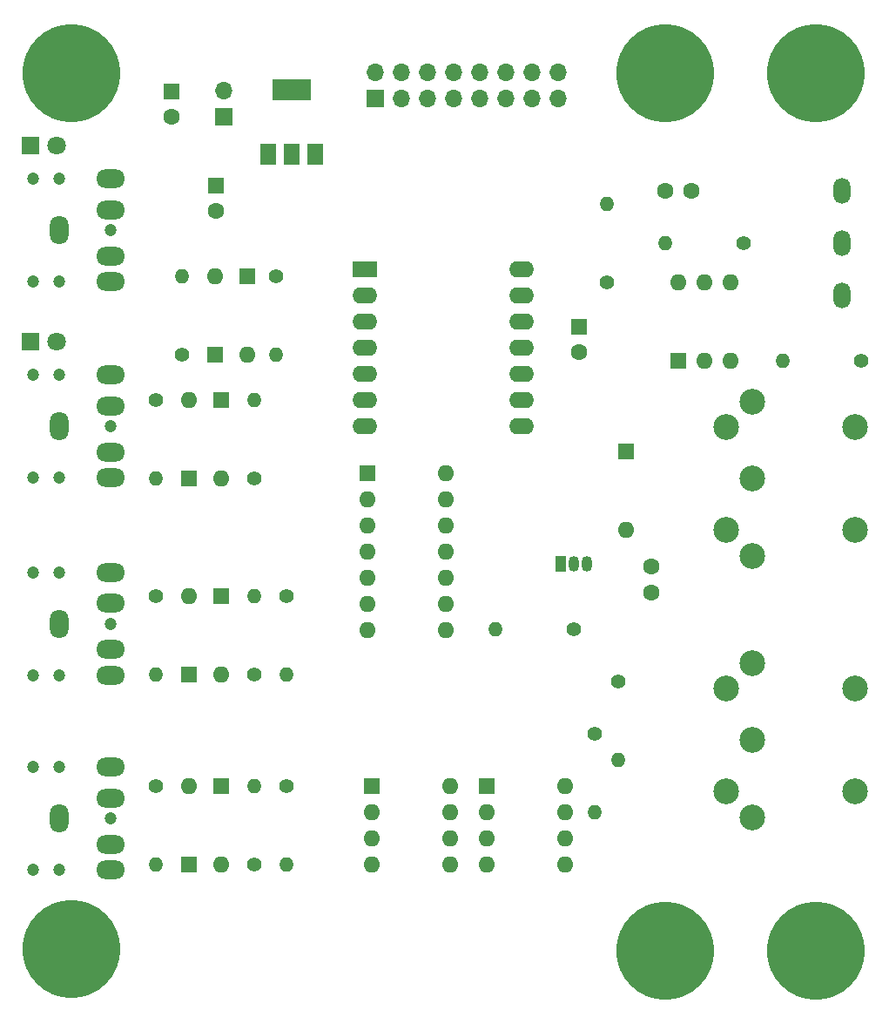
<source format=gts>
%TF.GenerationSoftware,KiCad,Pcbnew,(6.0.1)*%
%TF.CreationDate,2022-10-11T13:34:11-04:00*%
%TF.ProjectId,SYNTH-MIDI-CTL-01,53594e54-482d-44d4-9944-492d43544c2d,1*%
%TF.SameCoordinates,Original*%
%TF.FileFunction,Soldermask,Top*%
%TF.FilePolarity,Negative*%
%FSLAX46Y46*%
G04 Gerber Fmt 4.6, Leading zero omitted, Abs format (unit mm)*
G04 Created by KiCad (PCBNEW (6.0.1)) date 2022-10-11 13:34:11*
%MOMM*%
%LPD*%
G01*
G04 APERTURE LIST*
%ADD10C,1.600000*%
%ADD11R,1.600000X1.600000*%
%ADD12O,1.600000X1.600000*%
%ADD13C,9.525000*%
%ADD14O,1.651000X2.540000*%
%ADD15C,1.400000*%
%ADD16O,1.400000X1.400000*%
%ADD17C,1.200000*%
%ADD18O,2.800000X1.800000*%
%ADD19O,1.800000X2.800000*%
%ADD20C,2.500000*%
%ADD21R,1.700000X1.700000*%
%ADD22O,1.700000X1.700000*%
%ADD23R,1.050000X1.500000*%
%ADD24O,1.050000X1.500000*%
%ADD25R,2.400000X1.600000*%
%ADD26O,2.400000X1.600000*%
%ADD27R,1.800000X1.800000*%
%ADD28C,1.800000*%
%ADD29R,1.500000X2.000000*%
%ADD30R,3.800000X2.000000*%
G04 APERTURE END LIST*
D10*
%TO.C,C5*%
X148500000Y-76500000D03*
X148500000Y-79000000D03*
%TD*%
D11*
%TO.C,C3*%
X106172000Y-39434888D03*
D10*
X106172000Y-41934888D03*
%TD*%
D11*
%TO.C,D4*%
X106680000Y-60325000D03*
D12*
X106680000Y-67945000D03*
%TD*%
D11*
%TO.C,C2*%
X141478000Y-53150888D03*
D10*
X141478000Y-55650888D03*
%TD*%
D11*
%TO.C,D9*%
X106680000Y-97790000D03*
D12*
X106680000Y-105410000D03*
%TD*%
D13*
%TO.C,MTG2*%
X92075000Y-113665000D03*
%TD*%
D14*
%TO.C,RV1*%
X167005000Y-40010000D03*
X167005000Y-45090000D03*
X167005000Y-50170000D03*
%TD*%
D13*
%TO.C,MTG3*%
X164465000Y-28575000D03*
%TD*%
%TO.C,MTG6*%
X149860000Y-113792000D03*
%TD*%
D15*
%TO.C,R8*%
X100330000Y-79375000D03*
D16*
X100330000Y-86995000D03*
%TD*%
D15*
%TO.C,R6*%
X100330000Y-60325000D03*
D16*
X100330000Y-67945000D03*
%TD*%
D15*
%TO.C,R5*%
X168910000Y-56515000D03*
D16*
X161290000Y-56515000D03*
%TD*%
D15*
%TO.C,R15*%
X109855000Y-105410000D03*
D16*
X109855000Y-97790000D03*
%TD*%
D17*
%TO.C,J3*%
X88432000Y-67865000D03*
X95932000Y-62865000D03*
X88432000Y-57865000D03*
X90932000Y-57865000D03*
X90932000Y-67865000D03*
D18*
X95932000Y-57865000D03*
X95932000Y-60865000D03*
D19*
X90932000Y-62865000D03*
D18*
X95932000Y-67865000D03*
X95932000Y-65365000D03*
%TD*%
D11*
%TO.C,U3*%
X151145000Y-56505000D03*
D12*
X153685000Y-56505000D03*
X156225000Y-56505000D03*
X156225000Y-48885000D03*
X153685000Y-48885000D03*
X151145000Y-48885000D03*
%TD*%
D17*
%TO.C,J5*%
X90932000Y-77042000D03*
X88432000Y-77042000D03*
X95932000Y-82042000D03*
X90932000Y-87042000D03*
X88432000Y-87042000D03*
D18*
X95932000Y-77042000D03*
X95932000Y-80042000D03*
D19*
X90932000Y-82042000D03*
D18*
X95932000Y-87042000D03*
X95932000Y-84542000D03*
%TD*%
D11*
%TO.C,D6*%
X103505000Y-86995000D03*
D12*
X103505000Y-79375000D03*
%TD*%
D11*
%TO.C,U6*%
X132471000Y-97800000D03*
D12*
X132471000Y-100340000D03*
X132471000Y-102880000D03*
X132471000Y-105420000D03*
X140091000Y-105420000D03*
X140091000Y-102880000D03*
X140091000Y-100340000D03*
X140091000Y-97800000D03*
%TD*%
D15*
%TO.C,R9*%
X109855000Y-86995000D03*
D16*
X109855000Y-79375000D03*
%TD*%
D11*
%TO.C,D5*%
X146050000Y-65278000D03*
D12*
X146050000Y-72898000D03*
%TD*%
D15*
%TO.C,R14*%
X100330000Y-97790000D03*
D16*
X100330000Y-105410000D03*
%TD*%
D11*
%TO.C,D8*%
X103505000Y-105410000D03*
D12*
X103505000Y-97790000D03*
%TD*%
D11*
%TO.C,D3*%
X103505000Y-67945000D03*
D12*
X103505000Y-60325000D03*
%TD*%
D11*
%TO.C,D1*%
X106045000Y-55880000D03*
D12*
X106045000Y-48260000D03*
%TD*%
D11*
%TO.C,U5*%
X121295000Y-97800000D03*
D12*
X121295000Y-100340000D03*
X121295000Y-102880000D03*
X121295000Y-105420000D03*
X128915000Y-105420000D03*
X128915000Y-102880000D03*
X128915000Y-100340000D03*
X128915000Y-97800000D03*
%TD*%
D20*
%TO.C,J6*%
X158290000Y-85845000D03*
X158290000Y-93345000D03*
X158290000Y-100845000D03*
X155790000Y-88345000D03*
X155790000Y-98345000D03*
X168290000Y-98345000D03*
X168290000Y-88345000D03*
%TD*%
D15*
%TO.C,R10*%
X113030000Y-79375000D03*
D16*
X113030000Y-86995000D03*
%TD*%
D15*
%TO.C,R3*%
X102870000Y-55880000D03*
D16*
X102870000Y-48260000D03*
%TD*%
D13*
%TO.C,MTG5*%
X149860000Y-28575000D03*
%TD*%
D11*
%TO.C,D7*%
X106680000Y-79375000D03*
D12*
X106680000Y-86995000D03*
%TD*%
D21*
%TO.C,J1*%
X121666000Y-31050000D03*
D22*
X121666000Y-28510000D03*
X124206000Y-31050000D03*
X124206000Y-28510000D03*
X126746000Y-31050000D03*
X126746000Y-28510000D03*
X129286000Y-31050000D03*
X129286000Y-28510000D03*
X131826000Y-31050000D03*
X131826000Y-28510000D03*
X134366000Y-31050000D03*
X134366000Y-28510000D03*
X136906000Y-31050000D03*
X136906000Y-28510000D03*
X139446000Y-31050000D03*
X139446000Y-28510000D03*
%TD*%
D15*
%TO.C,R13*%
X143002000Y-92710000D03*
D16*
X143002000Y-100330000D03*
%TD*%
D15*
%TO.C,R2*%
X157480000Y-45085000D03*
D16*
X149860000Y-45085000D03*
%TD*%
D23*
%TO.C,Q1*%
X139700000Y-76200000D03*
D24*
X140970000Y-76200000D03*
X142240000Y-76200000D03*
%TD*%
D25*
%TO.C,U2*%
X120650000Y-47625000D03*
D26*
X120650000Y-50165000D03*
X120650000Y-52705000D03*
X120650000Y-55245000D03*
X120650000Y-57785000D03*
X120650000Y-60325000D03*
X120650000Y-62865000D03*
X135890000Y-62865000D03*
X135890000Y-60325000D03*
X135890000Y-57785000D03*
X135890000Y-55245000D03*
X135890000Y-52705000D03*
X135890000Y-50165000D03*
X135890000Y-47625000D03*
%TD*%
D11*
%TO.C,D2*%
X109220000Y-48260000D03*
D12*
X109220000Y-55880000D03*
%TD*%
D21*
%TO.C,H1*%
X106934000Y-32771000D03*
D22*
X106934000Y-30231000D03*
%TD*%
D13*
%TO.C,MTG4*%
X164465000Y-113792000D03*
%TD*%
%TO.C,MTG1*%
X92075000Y-28575000D03*
%TD*%
D15*
%TO.C,R16*%
X113030000Y-97790000D03*
D16*
X113030000Y-105410000D03*
%TD*%
D15*
%TO.C,R1*%
X144145000Y-48895000D03*
D16*
X144145000Y-41275000D03*
%TD*%
D15*
%TO.C,R4*%
X112014000Y-48260000D03*
D16*
X112014000Y-55880000D03*
%TD*%
D15*
%TO.C,R7*%
X109855000Y-67945000D03*
D16*
X109855000Y-60325000D03*
%TD*%
D20*
%TO.C,J4*%
X158290000Y-60445000D03*
X158290000Y-67945000D03*
X158290000Y-75445000D03*
X155790000Y-62945000D03*
X155790000Y-72945000D03*
X168290000Y-72945000D03*
X168290000Y-62945000D03*
%TD*%
D15*
%TO.C,R12*%
X145288000Y-87630000D03*
D16*
X145288000Y-95250000D03*
%TD*%
D27*
%TO.C,DS1*%
X88133000Y-35560000D03*
D28*
X90673000Y-35560000D03*
%TD*%
D17*
%TO.C,J2*%
X88432000Y-38815000D03*
X90932000Y-38815000D03*
X95932000Y-43815000D03*
X90932000Y-48815000D03*
X88432000Y-48815000D03*
D18*
X95932000Y-38815000D03*
X95932000Y-41815000D03*
D19*
X90932000Y-43815000D03*
D18*
X95932000Y-48815000D03*
X95932000Y-46315000D03*
%TD*%
D11*
%TO.C,C1*%
X101854000Y-30290888D03*
D10*
X101854000Y-32790888D03*
%TD*%
D17*
%TO.C,J7*%
X90932000Y-95965000D03*
X88432000Y-95965000D03*
X90932000Y-105965000D03*
X95932000Y-100965000D03*
X88432000Y-105965000D03*
D18*
X95932000Y-95965000D03*
X95932000Y-98965000D03*
D19*
X90932000Y-100965000D03*
D18*
X95932000Y-105965000D03*
X95932000Y-103465000D03*
%TD*%
D27*
%TO.C,DS2*%
X88133000Y-54610000D03*
D28*
X90673000Y-54610000D03*
%TD*%
D11*
%TO.C,U4*%
X120870000Y-67450000D03*
D12*
X120870000Y-69990000D03*
X120870000Y-72530000D03*
X120870000Y-75070000D03*
X120870000Y-77610000D03*
X120870000Y-80150000D03*
X120870000Y-82690000D03*
X128490000Y-82690000D03*
X128490000Y-80150000D03*
X128490000Y-77610000D03*
X128490000Y-75070000D03*
X128490000Y-72530000D03*
X128490000Y-69990000D03*
X128490000Y-67450000D03*
%TD*%
D15*
%TO.C,R11*%
X140970000Y-82550000D03*
D16*
X133350000Y-82550000D03*
%TD*%
D29*
%TO.C,U1*%
X111238000Y-36424000D03*
X113538000Y-36424000D03*
X115838000Y-36424000D03*
D30*
X113538000Y-30124000D03*
%TD*%
D10*
%TO.C,C4*%
X149880000Y-40005000D03*
X152380000Y-40005000D03*
%TD*%
M02*

</source>
